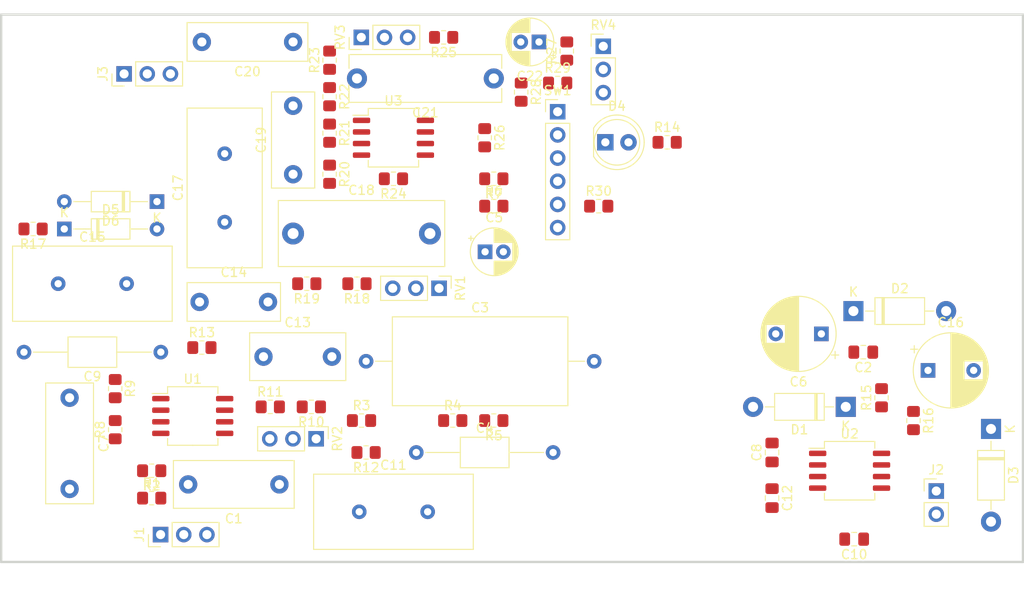
<source format=kicad_pcb>
(kicad_pcb (version 20211014) (generator pcbnew)
  (layers (0 "F.Cu" signal) (31 "B.Cu" signal) (34 "B.Paste" user) (35 "F.Paste" user) (36 "B.SilkS" user "B.Silkscreen") (37 "F.SilkS" user "F.Silkscreen") (38 "B.Mask" user) (39 "F.Mask" user) (44 "Edge.Cuts" user))
  (net 0 "")
  (net 1 "Net-(C1-Pad1)")
  (net 2 "Net-(C1-Pad2)")
  (net 3 "+16V2")
  (net 4 "Earth")
  (net 5 "Net-(C3-Pad1)")
  (net 6 "Net-(C3-Pad2)")
  (net 7 "Net-(C4-Pad1)")
  (net 8 "Net-(C5-Pad1)")
  (net 9 "+9V")
  (net 10 "Net-(C7-Pad1)")
  (net 11 "Net-(C12-Pad1)")
  (net 12 "Net-(C8-Pad2)")
  (net 13 "Net-(C9-Pad1)")
  (net 14 "-8V6")
  (net 15 "Net-(C11-Pad1)")
  (net 16 "Net-(C12-Pad2)")
  (net 17 "Net-(C13-Pad1)")
  (net 18 "Net-(C13-Pad2)")
  (net 19 "Net-(C14-Pad1)")
  (net 20 "Net-(C15-Pad1)")
  (net 21 "+4V5")
  (net 22 "Net-(C17-Pad1)")
  (net 23 "Net-(C17-Pad2)")
  (net 24 "Net-(C18-Pad2)")
  (net 25 "Net-(C19-Pad1)")
  (net 26 "Net-(C19-Pad2)")
  (net 27 "Net-(C20-Pad1)")
  (net 28 "Net-(C21-Pad1)")
  (net 29 "Net-(C21-Pad2)")
  (net 30 "Net-(C22-Pad1)")
  (net 31 "Net-(C22-Pad2)")
  (net 32 "Net-(D4-Pad1)")
  (net 33 "Net-(D4-Pad2)")
  (net 34 "Net-(R28-Pad2)")
  (net 35 "Net-(R10-Pad1)")
  (net 36 "Net-(R18-Pad2)")
  (net 37 "Net-(R23-Pad2)")
  (net 38 "Net-(R25-Pad2)")
  (net 39 "Net-(R27-Pad1)")
  (net 40 "Net-(R29-Pad2)")
  (net 44 "Net-(R1-Pad2)")
  (net 45 "Net-(R28-Pad1)")
  (footprint "Capacitor_THT:C_Rect_L10.3mm_W5.0mm_P7.50mm_MKS4" (layer "F.Cu") (at 116.255 102.5)
    (fp_text reference "C13" (at 3.75 -3.75) (layer "F.SilkS"))
    (fp_text value "82n")
    (pad "1" thru_hole circle (at 0 0) (size 2 2) (drill 1) (layers *.Cu *.Mask) (net 17 "Net-(C13-Pad1)"))
    (pad "2" thru_hole circle (at 7.5 0) (size 2 2) (drill 1) (layers *.Cu *.Mask) (net 18 "Net-(C13-Pad2)"))
  )
  (footprint "Resistor_SMD:R_0805_2012Metric_Pad1.20x1.40mm_HandSolder" (layer "F.Cu") (at 140.5 78.5 -90)
    (fp_text reference "R26" (at 0 -1.65 90) (layer "F.SilkS"))
    (fp_text value "100k")
    (pad "1" smd roundrect (at -1 0 270) (size 1.2 1.4) (layers "F.Cu" "F.Paste" "F.Mask") (roundrect_rratio 0.208333) (net 31 "Net-(C22-Pad2)"))
    (pad "2" smd roundrect (at 1 0 270) (size 1.2 1.4) (layers "F.Cu" "F.Paste" "F.Mask") (roundrect_rratio 0.208333) (net 28 "Net-(C21-Pad1)"))
  )
  (footprint "Connector_PinHeader_2.54mm:PinHeader_1x03_P2.54mm_Vertical" (layer "F.Cu") (at 126.975 67.5 90)
    (fp_text reference "RV3" (at 0 -2.33 90) (layer "F.SilkS"))
    (fp_text value "10k")
    (pad "1" thru_hole rect (at 0 0 90) (size 1.7 1.7) (drill 1) (layers *.Cu *.Mask) (net 37 "Net-(R23-Pad2)"))
    (pad "2" thru_hole oval (at 0 2.54 90) (size 1.7 1.7) (drill 1) (layers *.Cu *.Mask) (net 29 "Net-(C21-Pad2)"))
    (pad "3" thru_hole oval (at 0 5.08 90) (size 1.7 1.7) (drill 1) (layers *.Cu *.Mask) (net 38 "Net-(R25-Pad2)"))
  )
  (footprint "Resistor_SMD:R_0805_2012Metric_Pad1.20x1.40mm_HandSolder" (layer "F.Cu") (at 104 118)
    (fp_text reference "R1" (at 0 -1.65) (layer "F.SilkS"))
    (fp_text value "10k")
    (pad "1" smd roundrect (at -1 0) (size 1.2 1.4) (layers "F.Cu" "F.Paste" "F.Mask") (roundrect_rratio 0.208333) (net 2 "Net-(C1-Pad2)"))
    (pad "2" smd roundrect (at 1 0) (size 1.2 1.4) (layers "F.Cu" "F.Paste" "F.Mask") (roundrect_rratio 0.208333) (net 44 "Net-(R1-Pad2)"))
  )
  (footprint "Capacitor_SMD:C_0805_2012Metric_Pad1.18x1.45mm_HandSolder" (layer "F.Cu") (at 181 122.5 180)
    (fp_text reference "C10" (at 0 -1.68) (layer "F.SilkS"))
    (fp_text value "1u")
    (pad "1" smd roundrect (at -1.0375 0 180) (size 1.175 1.45) (layers "F.Cu" "F.Paste" "F.Mask") (roundrect_rratio 0.212766) (net 14 "-8V6"))
    (pad "2" smd roundrect (at 1.0375 0 180) (size 1.175 1.45) (layers "F.Cu" "F.Paste" "F.Mask") (roundrect_rratio 0.212766) (net 4 "Earth"))
  )
  (footprint "Resistor_SMD:R_0805_2012Metric_Pad1.20x1.40mm_HandSolder" (layer "F.Cu") (at 121 94.5 180)
    (fp_text reference "R19" (at 0 -1.65) (layer "F.SilkS"))
    (fp_text value "47k")
    (pad "1" smd roundrect (at -1 0 180) (size 1.2 1.4) (layers "F.Cu" "F.Paste" "F.Mask") (roundrect_rratio 0.208333) (net 25 "Net-(C19-Pad1)"))
    (pad "2" smd roundrect (at 1 0 180) (size 1.2 1.4) (layers "F.Cu" "F.Paste" "F.Mask") (roundrect_rratio 0.208333) (net 22 "Net-(C17-Pad1)"))
  )
  (footprint "Resistor_SMD:R_0805_2012Metric_Pad1.20x1.40mm_HandSolder" (layer "F.Cu") (at 100 110.5 90)
    (fp_text reference "R8" (at 0 -1.65 90) (layer "F.SilkS"))
    (fp_text value "1.5k")
    (pad "1" smd roundrect (at -1 0 90) (size 1.2 1.4) (layers "F.Cu" "F.Paste" "F.Mask") (roundrect_rratio 0.208333) (net 15 "Net-(C11-Pad1)"))
    (pad "2" smd roundrect (at 1 0 90) (size 1.2 1.4) (layers "F.Cu" "F.Paste" "F.Mask") (roundrect_rratio 0.208333) (net 10 "Net-(C7-Pad1)"))
  )
  (footprint "Resistor_SMD:R_0805_2012Metric_Pad1.20x1.40mm_HandSolder" (layer "F.Cu") (at 130.5 83 180)
    (fp_text reference "R24" (at 0 -1.65) (layer "F.SilkS"))
    (fp_text value "100k")
    (pad "1" smd roundrect (at -1 0 180) (size 1.2 1.4) (layers "F.Cu" "F.Paste" "F.Mask") (roundrect_rratio 0.208333) (net 28 "Net-(C21-Pad1)"))
    (pad "2" smd roundrect (at 1 0 180) (size 1.2 1.4) (layers "F.Cu" "F.Paste" "F.Mask") (roundrect_rratio 0.208333) (net 27 "Net-(C20-Pad1)"))
  )
  (footprint "Resistor_SMD:R_0805_2012Metric_Pad1.20x1.40mm_HandSolder" (layer "F.Cu") (at 91 88.5 180)
    (fp_text reference "R17" (at 0 -1.65) (layer "F.SilkS"))
    (fp_text value "1k")
    (pad "1" smd roundrect (at -1 0 180) (size 1.2 1.4) (layers "F.Cu" "F.Paste" "F.Mask") (roundrect_rratio 0.208333) (net 23 "Net-(C17-Pad2)"))
    (pad "2" smd roundrect (at 1 0 180) (size 1.2 1.4) (layers "F.Cu" "F.Paste" "F.Mask") (roundrect_rratio 0.208333) (net 20 "Net-(C15-Pad1)"))
  )
  (footprint "Connector_PinHeader_2.54mm:PinHeader_1x03_P2.54mm_Vertical" (layer "F.Cu") (at 135.5 95 -90)
    (fp_text reference "RV1" (at 0 -2.33 90) (layer "F.SilkS"))
    (fp_text value "100k")
    (pad "1" thru_hole rect (at 0 0 270) (size 1.7 1.7) (drill 1) (layers *.Cu *.Mask) (net 5 "Net-(C3-Pad1)"))
    (pad "2" thru_hole oval (at 0 2.54 270) (size 1.7 1.7) (drill 1) (layers *.Cu *.Mask) (net 36 "Net-(R18-Pad2)"))
    (pad "3" thru_hole oval (at 0 5.08 270) (size 1.7 1.7) (drill 1) (layers *.Cu *.Mask) (net 21 "+4V5"))
  )
  (footprint "Resistor_SMD:R_0805_2012Metric_Pad1.20x1.40mm_HandSolder" (layer "F.Cu") (at 109.5 101.5)
    (fp_text reference "R13" (at 0 -1.65) (layer "F.SilkS"))
    (fp_text value "422k")
    (pad "1" smd roundrect (at -1 0) (size 1.2 1.4) (layers "F.Cu" "F.Paste" "F.Mask") (roundrect_rratio 0.208333) (net 19 "Net-(C14-Pad1)"))
    (pad "2" smd roundrect (at 1 0) (size 1.2 1.4) (layers "F.Cu" "F.Paste" "F.Mask") (roundrect_rratio 0.208333) (net 17 "Net-(C13-Pad1)"))
  )
  (footprint "Capacitor_THT:C_Axial_L19.0mm_D9.5mm_P25.00mm_Horizontal" (layer "F.Cu") (at 127.5 103)
    (fp_text reference "C3" (at 12.5 -5.87) (layer "F.SilkS"))
    (fp_text value "390n")
    (pad "1" thru_hole circle (at 0 0) (size 1.6 1.6) (drill 0.8) (layers *.Cu *.Mask) (net 5 "Net-(C3-Pad1)"))
    (pad "2" thru_hole oval (at 25 0) (size 1.6 1.6) (drill 0.8) (layers *.Cu *.Mask) (net 6 "Net-(C3-Pad2)"))
  )
  (footprint "Capacitor_THT:C_Rect_L13.0mm_W5.0mm_P10.00mm_FKS3_FKP3_MKS4" (layer "F.Cu") (at 118 116.5 180)
    (fp_text reference "C1" (at 5 -3.75) (layer "F.SilkS"))
    (fp_text value "100n")
    (pad "1" thru_hole circle (at 0 0 180) (size 2 2) (drill 1) (layers *.Cu *.Mask) (net 1 "Net-(C1-Pad1)"))
    (pad "2" thru_hole circle (at 10 0 180) (size 2 2) (drill 1) (layers *.Cu *.Mask) (net 2 "Net-(C1-Pad2)"))
  )
  (footprint "Capacitor_THT:CP_Radial_D8.0mm_P5.00mm" (layer "F.Cu") (at 189.097349 104)
    (fp_text reference "C16" (at 2.5 -5.25) (layer "F.SilkS"))
    (fp_text value "47u")
    (pad "1" thru_hole rect (at 0 0) (size 1.6 1.6) (drill 0.8) (layers *.Cu *.Mask) (net 21 "+4V5"))
    (pad "2" thru_hole circle (at 5 0) (size 1.6 1.6) (drill 0.8) (layers *.Cu *.Mask) (net 4 "Earth"))
  )
  (footprint "Resistor_SMD:R_0805_2012Metric_Pad1.20x1.40mm_HandSolder" (layer "F.Cu") (at 100 106 -90)
    (fp_text reference "R9" (at 0 -1.65 90) (layer "F.SilkS"))
    (fp_text value "10k")
    (pad "1" smd roundrect (at -1 0 270) (size 1.2 1.4) (layers "F.Cu" "F.Paste" "F.Mask") (roundrect_rratio 0.208333) (net 13 "Net-(C9-Pad1)"))
    (pad "2" smd roundrect (at 1 0 270) (size 1.2 1.4) (layers "F.Cu" "F.Paste" "F.Mask") (roundrect_rratio 0.208333) (net 10 "Net-(C7-Pad1)"))
  )
  (footprint "Capacitor_THT:CP_Radial_D5.0mm_P2.00mm" (layer "F.Cu") (at 146.455112 68 180)
    (fp_text reference "C22" (at 1 -3.75) (layer "F.SilkS"))
    (fp_text value "4.7u")
    (pad "1" thru_hole rect (at 0 0 180) (size 1.6 1.6) (drill 0.8) (layers *.Cu *.Mask) (net 30 "Net-(C22-Pad1)"))
    (pad "2" thru_hole circle (at 2 0 180) (size 1.6 1.6) (drill 0.8) (layers *.Cu *.Mask) (net 31 "Net-(C22-Pad2)"))
  )
  (footprint "Diode_THT:D_DO-41_SOD81_P10.16mm_Horizontal" (layer "F.Cu") (at 196 110.42 -90)
    (fp_text reference "D3" (at 5.08 -2.47 90) (layer "F.SilkS"))
    (fp_text value "1N4001")
    (fp_text user "K" (at 0 -2.1 90) (layer "F.SilkS"))
    (pad "1" thru_hole rect (at 0 0 270) (size 2.2 2.2) (drill 1.1) (layers *.Cu *.Mask) (net 12 "Net-(C8-Pad2)"))
    (pad "2" thru_hole oval (at 10.16 0 270) (size 2.2 2.2) (drill 1.1) (layers *.Cu *.Mask) (net 9 "+9V"))
  )
  (footprint "Capacitor_THT:C_Rect_L10.0mm_W4.0mm_P7.50mm_MKS4" (layer "F.Cu") (at 109.25 96.5)
    (fp_text reference "C14" (at 3.75 -3.25) (layer "F.SilkS"))
    (fp_text value "390p")
    (pad "1" thru_hole circle (at 0 0) (size 2 2) (drill 1) (layers *.Cu *.Mask) (net 19 "Net-(C14-Pad1)"))
    (pad "2" thru_hole circle (at 7.5 0) (size 2 2) (drill 1) (layers *.Cu *.Mask) (net 17 "Net-(C13-Pad1)"))
  )
  (footprint "Resistor_SMD:R_0805_2012Metric_Pad1.20x1.40mm_HandSolder" (layer "F.Cu") (at 160.5 79)
    (fp_text reference "R14" (at 0 -1.65) (layer "F.SilkS"))
    (fp_text value "3.9k")
    (pad "1" smd roundrect (at -1 0) (size 1.2 1.4) (layers "F.Cu" "F.Paste" "F.Mask") (roundrect_rratio 0.208333) (net 33 "Net-(D4-Pad2)"))
    (pad "2" smd roundrect (at 1 0) (size 1.2 1.4) (layers "F.Cu" "F.Paste" "F.Mask") (roundrect_rratio 0.208333) (net 9 "+9V"))
  )
  (footprint "Resistor_SMD:R_0805_2012Metric_Pad1.20x1.40mm_HandSolder" (layer "F.Cu") (at 126.5 94.5 180)
    (fp_text reference "R18" (at 0 -1.65) (layer "F.SilkS"))
    (fp_text value "22k")
    (pad "1" smd roundrect (at -1 0 180) (size 1.2 1.4) (layers "F.Cu" "F.Paste" "F.Mask") (roundrect_rratio 0.208333) (net 24 "Net-(C18-Pad2)"))
    (pad "2" smd roundrect (at 1 0 180) (size 1.2 1.4) (layers "F.Cu" "F.Paste" "F.Mask") (roundrect_rratio 0.208333) (net 36 "Net-(R18-Pad2)"))
  )
  (footprint "Diode_THT:D_DO-41_SOD81_P10.16mm_Horizontal" (layer "F.Cu") (at 180.92 97.5)
    (fp_text reference "D2" (at 5.08 -2.47) (layer "F.SilkS"))
    (fp_text value "1N4001")
    (fp_text user "K" (at 0 -2.1) (layer "F.SilkS"))
    (pad "1" thru_hole rect (at 0 0) (size 2.2 2.2) (drill 1.1) (layers *.Cu *.Mask) (net 3 "+16V2"))
    (pad "2" thru_hole oval (at 10.16 0) (size 2.2 2.2) (drill 1.1) (layers *.Cu *.Mask) (net 12 "Net-(C8-Pad2)"))
  )
  (footprint "Package_SO:SO-8_5.3x6.2mm_P1.27mm" (layer "F.Cu") (at 108.5 109)
    (fp_text reference "U1" (at 0 -4.05) (layer "F.SilkS"))
    (fp_text value "TL072")
    (pad "1" smd roundrect (at -3.5 -1.905) (size 1.9 0.6) (layers "F.Cu" "F.Paste" "F.Mask") (net 7 "Net-(C4-Pad1)"))
    (pad "2" smd roundrect (at -3.5 -0.635) (size 1.9 0.6) (layers "F.Cu" "F.Paste" "F.Mask") (net 7 "Net-(C4-Pad1)"))
    (pad "3" smd roundrect (at -3.5 0.635) (size 1.9 0.6) (layers "F.Cu" "F.Paste" "F.Mask") (net 1 "Net-(C1-Pad1)"))
    (pad "4" smd roundrect (at -3.5 1.905) (size 1.9 0.6) (layers "F.Cu" "F.Paste" "F.Mask") (net 4 "Earth"))
    (pad "5" smd roundrect (at 3.5 1.905) (size 1.9 0.6) (layers "F.Cu" "F.Paste" "F.Mask") (net 13 "Net-(C9-Pad1)"))
    (pad "6" smd roundrect (at 3.5 0.635) (size 1.9 0.6) (layers "F.Cu" "F.Paste" "F.Mask") (net 17 "Net-(C13-Pad1)"))
    (pad "7" smd roundrect (at 3.5 -0.635) (size 1.9 0.6) (layers "F.Cu" "F.Paste" "F.Mask") (net 19 "Net-(C14-Pad1)"))
    (pad "8" smd roundrect (at 3.5 -1.905) (size 1.9 0.6) (layers "F.Cu" "F.Paste" "F.Mask") (net 9 "+9V"))
  )
  (footprint "Resistor_SMD:R_0805_2012Metric_Pad1.20x1.40mm_HandSolder" (layer "F.Cu") (at 104 115 180)
    (fp_text reference "R2" (at 0 -1.65) (layer "F.SilkS"))
    (fp_text value "1M")
    (pad "1" smd roundrect (at -1 0 180) (size 1.2 1.4) (layers "F.Cu" "F.Paste" "F.Mask") (roundrect_rratio 0.208333) (net 1 "Net-(C1-Pad1)"))
    (pad "2" smd roundrect (at 1 0 180) (size 1.2 1.4) (layers "F.Cu" "F.Paste" "F.Mask") (roundrect_rratio 0.208333) (net 21 "+4V5"))
  )
  (footprint "kicad_footprint_library:C_Axial_L17.5mm_W7.8mm_P7.5mm_Horizontal" (layer "F.Cu") (at 130.5 119.5)
    (fp_text reference "C11" (at 0 -5.12) (layer "F.SilkS"))
    (fp_text value "1u")
    (pad "1" thru_hole circle (at -3.75 0) (size 1.6 1.6) (drill 0.8) (layers *.Cu *.Mask) (net 15 "Net-(C11-Pad1)"))
    (pad "2" thru_hole oval (at 3.75 0) (size 1.6 1.6) (drill 0.8) (layers *.Cu *.Mask) (net 4 "Earth"))
  )
  (footprint "Connector_PinHeader_2.54mm:PinHeader_1x03_P2.54mm_Vertical" (layer "F.Cu") (at 100.975 71.5 90)
    (fp_text reference "J3" (at 0 -2.33 90) (layer "F.SilkS"))
    (fp_text value "Conn_01x03_Male")
    (pad "1" thru_hole rect (at 0 0 90) (size 1.7 1.7) (drill 1) (layers *.Cu *.Mask) (net 45 "Net-(R28-Pad1)"))
    (pad "2" thru_hole oval (at 0 2.54 90) (size 1.7 1.7) (drill 1) (layers *.Cu *.Mask) (net 4 "Earth"))
    (pad "3" thru_hole oval (at 0 5.08 90) (size 1.7 1.7) (drill 1) (layers *.Cu *.Mask) (net 4 "Earth"))
  )
  (footprint "Diode_THT:D_DO-35_SOD27_P10.16mm_Horizontal" (layer "F.Cu") (at 104.58 85.5 180)
    (fp_text reference "D6" (at 5.08 -2.12) (layer "F.SilkS"))
    (fp_text value "1N34A")
    (fp_text user "K" (at 0 -1.8) (layer "F.SilkS"))
    (pad "1" thru_hole rect (at 0 0 180) (size 1.6 1.6) (drill 0.8) (layers *.Cu *.Mask) (net 4 "Earth"))
    (pad "2" thru_hole oval (at 10.16 0 180) (size 1.6 1.6) (drill 0.8) (layers *.Cu *.Mask) (net 23 "Net-(C17-Pad2)"))
  )
  (footprint "Connector_PinHeader_2.54mm:PinHeader_1x03_P2.54mm_Vertical" (layer "F.Cu") (at 153.5 68.475)
    (fp_text reference "RV4" (at 0 -2.33) (layer "F.SilkS"))
    (fp_text value "10k")
    (pad "1" thru_hole rect (at 0 0) (size 1.7 1.7) (drill 1) (layers *.Cu *.Mask) (net 39 "Net-(R27-Pad1)"))
    (pad "2" thru_hole oval (at 0 2.54) (size 1.7 1.7) (drill 1) (layers *.Cu *.Mask) (net 40 "Net-(R29-Pad2)"))
    (pad "3" thru_hole oval (at 0 5.08) (size 1.7 1.7) (drill 1) (layers *.Cu *.Mask) (net 4 "Earth"))
  )
  (footprint "Capacitor_THT:C_Axial_L5.1mm_D3.1mm_P15.00mm_Horizontal" (layer "F.Cu") (at 133 113)
    (fp_text reference "C4" (at 7.5 -2.67) (layer "F.SilkS"))
    (fp_text value "68n")
    (pad "1" thru_hole circle (at 0 0) (size 1.6 1.6) (drill 0.8) (layers *.Cu *.Mask) (net 7 "Net-(C4-Pad1)"))
    (pad "2" thru_hole oval (at 15 0) (size 1.6 1.6) (drill 0.8) (layers *.Cu *.Mask) (net 5 "Net-(C3-Pad1)"))
  )
  (footprint "Resistor_SMD:R_0805_2012Metric_Pad1.20x1.40mm_HandSolder" (layer "F.Cu") (at 117 108)
    (fp_text reference "R11" (at 0 -1.65) (layer "F.SilkS"))
    (fp_text value "15k")
    (pad "1" smd roundrect (at -1 0) (size 1.2 1.4) (layers "F.Cu" "F.Paste" "F.Mask") (roundrect_rratio 0.208333) (net 17 "Net-(C13-Pad1)"))
    (pad "2" smd roundrect (at 1 0) (size 1.2 1.4) (layers "F.Cu" "F.Paste" "F.Mask") (roundrect_rratio 0.208333) (net 18 "Net-(C13-Pad2)"))
  )
  (footprint "Capacitor_SMD:C_0805_2012Metric_Pad1.18x1.45mm_HandSolder" (layer "F.Cu") (at 182 102 180)
    (fp_text reference "C2" (at 0 -1.68 180) (layer "F.SilkS"))
    (fp_text value "1u")
    (pad "1" smd roundrect (at -1.0375 0 180) (size 1.175 1.45) (layers "F.Cu" "F.Paste" "F.Mask") (roundrect_rratio 0.212766) (net 3 "+16V2"))
    (pad "2" smd roundrect (at 1.0375 0 180) (size 1.175 1.45) (layers "F.Cu" "F.Paste" "F.Mask") (roundrect_rratio 0.212766) (net 4 "Earth"))
  )
  (footprint "Resistor_SMD:R_0805_2012Metric_Pad1.20x1.40mm_HandSolder" (layer "F.Cu") (at 148.5 72.5)
    (fp_text reference "R29" (at 0 -1.65) (layer "F.SilkS"))
    (fp_text value "68k")
    (pad "1" smd roundrect (at -1 0) (size 1.2 1.4) (layers "F.Cu" "F.Paste" "F.Mask") (roundrect_rratio 0.208333) (net 45 "Net-(R28-Pad1)"))
    (pad "2" smd roundrect (at 1 0) (size 1.2 1.4) (layers "F.Cu" "F.Paste" "F.Mask") (roundrect_rratio 0.208333) (net 40 "Net-(R29-Pad2)"))
  )
  (footprint "Resistor_SMD:R_0805_2012Metric_Pad1.20x1.40mm_HandSolder" (layer "F.Cu") (at 123.5 74 -90)
    (fp_text reference "R22" (at 0 -1.65 90) (layer "F.SilkS"))
    (fp_text value "392k")
    (pad "1" smd roundrect (at -1 0 270) (size 1.2 1.4) (layers "F.Cu" "F.Paste" "F.Mask") (roundrect_rratio 0.208333) (net 27 "Net-(C20-Pad1)"))
    (pad "2" smd roundrect (at 1 0 270) (size 1.2 1.4) (layers "F.Cu" "F.Paste" "F.Mask") (roundrect_rratio 0.208333) (net 25 "Net-(C19-Pad1)"))
  )
  (footprint "Resistor_SMD:R_0805_2012Metric_Pad1.20x1.40mm_HandSolder" (layer "F.Cu") (at 123.5 78 -90)
    (fp_text reference "R21" (at 0 -1.65 90) (layer "F.SilkS"))
    (fp_text value "12k")
    (pad "1" smd roundrect (at -1 0 270) (size 1.2 1.4) (layers "F.Cu" "F.Paste" "F.Mask") (roundrect_rratio 0.208333) (net 26 "Net-(C19-Pad2)"))
    (pad "2" smd roundrect (at 1 0 270) (size 1.2 1.4) (layers "F.Cu" "F.Paste" "F.Mask") (roundrect_rratio 0.208333) (net 36 "Net-(R18-Pad2)"))
  )
  (footprint "Resistor_SMD:R_0805_2012Metric_Pad1.20x1.40mm_HandSolder" (layer "F.Cu") (at 121.5 108 180)
    (fp_text reference "R10" (at 0 -1.65) (layer "F.SilkS"))
    (fp_text value "2k")
    (pad "1" smd roundrect (at -1 0 180) (size 1.2 1.4) (layers "F.Cu" "F.Paste" "F.Mask") (roundrect_rratio 0.208333) (net 35 "Net-(R10-Pad1)"))
    (pad "2" smd roundrect (at 1 0 180) (size 1.2 1.4) (layers "F.Cu" "F.Paste" "F.Mask") (roundrect_rratio 0.208333) (net 18 "Net-(C13-Pad2)"))
  )
  (footprint "Capacitor_THT:CP_Radial_D5.0mm_P2.00mm" (layer "F.Cu") (at 140.544888 91)
    (fp_text reference "C5" (at 1 -3.75) (layer "F.SilkS"))
    (fp_text value "4.7u")
    (pad "1" thru_hole rect (at 0 0) (size 1.6 1.6) (drill 0.8) (layers *.Cu *.Mask) (net 8 "Net-(C5-Pad1)"))
    (pad "2" thru_hole circle (at 2 0) (size 1.6 1.6) (drill 0.8) (layers *.Cu *.Mask) (net 7 "Net-(C4-Pad1)"))
  )
  (footprint "Connector_PinHeader_2.54mm:PinHeader_1x03_P2.54mm_Vertical" (layer "F.Cu") (at 122.025 111.5 -90)
    (fp_text reference "RV2" (at 0 -2.33 90) (layer "F.SilkS"))
    (fp_text value "100k")
    (pad "1" thru_hole rect (at 0 0 270) (size 1.7 1.7) (drill 1) (layers *.Cu *.Mask) (net 35 "Net-(R10-Pad1)"))
    (pad "2" thru_hole oval (at 0 2.54 270) (size 1.7 1.7) (drill 1) (layers *.Cu *.Mask) (net 21 "+4V5"))
    (pad "3" thru_hole oval (at 0 5.08 270) (size 1.7 1.7) (drill 1) (layers *.Cu *.Mask) (net 13 "Net-(C9-Pad1)"))
  )
  (footprint "Resistor_SMD:R_0805_2012Metric_Pad1.20x1.40mm_HandSolder" (layer "F.Cu") (at 144.5 73.5 -90)
    (fp_text reference "R28" (at 0 -1.65 90) (layer "F.SilkS"))
    (fp_text value "68k")
    (pad "1" smd roundrect (at -1 0 270) (size 1.2 1.4) (layers "F.Cu" "F.Paste" "F.Mask") (roundrect_rratio 0.208333) (net 45 "Net-(R28-Pad1)"))
    (pad "2" smd roundrect (at 1 0 270) (size 1.2 1.4) (layers "F.Cu" "F.Paste" "F.Mask") (roundrect_rratio 0.208333) (net 34 "Net-(R28-Pad2)"))
  )
  (footprint "Resistor_SMD:R_0805_2012Metric_Pad1.20x1.40mm_HandSolder" (layer "F.Cu") (at 141.5 86)
    (fp_text reference "R6" (at 0 -1.65) (layer "F.SilkS"))
    (fp_text value "100k")
    (pad "1" smd roundrect (at -1 0) (size 1.2 1.4) (layers "F.Cu" "F.Paste" "F.Mask") (roundrect_rratio 0.208333) (net 8 "Net-(C5-Pad1)"))
    (pad "2" smd roundrect (at 1 0) (size 1.2 1.4) (layers "F.Cu" "F.Paste" "F.Mask") (roundrect_rratio 0.208333) (net 4 "Earth"))
  )
  (footprint "Capacitor_THT:C_Axial_L5.1mm_D3.1mm_P15.00mm_Horizontal" (layer "F.Cu") (at 105 102 180)
    (fp_text reference "C9" (at 7.5 -2.67) (layer "F.SilkS"))
    (fp_text value "68n")
    (pad "1" thru_hole circle (at 0 0 180) (size 1.6 1.6) (drill 0.8) (layers *.Cu *.Mask) (net 13 "Net-(C9-Pad1)"))
    (pad "2" thru_hole oval (at 15 0 180) (size 1.6 1.6) (drill 0.8) (layers *.Cu *.Mask) (net 10 "Net-(C7-Pad1)"))
  )
  (footprint "Package_SO:SO-8_5.3x6.2mm_P1.27mm" (layer "F.Cu") (at 180.5 115)
    (fp_text reference "U2" (at 0 -4.05) (layer "F.SilkS"))
    (fp_text value "ICL7660")
    (pad "1" smd roundrect (at -3.5 -1.905) (size 1.9 0.6) (layers "F.Cu" "F.Paste" "F.Mask"))
    (pad "2" smd roundrect (at -3.5 -0.635) (size 1.9 0.6) (layers "F.Cu" "F.Paste" "F.Mask") (net 11 "Net-(C12-Pad1)"))
    (pad "3" smd roundrect (at -3.5 0.635) (size 1.9 0.6) (layers "F.Cu" "F.Paste" "F.Mask") (net 4 "Earth"))
    (pad "4" smd roundrect (at -3.5 1.905) (size 1.9 0.6) (layers "F.Cu" "F.Paste" "F.Mask") (net 16 "Net-(C12-Pad2)"))
    (pad "5" smd roundrect (at 3.5 1.905) (size 1.9 0.6) (layers "F.Cu" "F.Paste" "F.Mask") (net 14 "-8V6"))
    (pad "6" smd roundrect (at 3.5 0.635) (size 1.9 0.6) (layers "F.Cu" "F.Paste" "F.Mask"))
    (pad "7" smd roundrect (at 3.5 -0.635) (size 1.9 0.6) (layers "F.Cu" "F.Paste" "F.Mask"))
    (pad "8" smd roundrect (at 3.5 -1.905) (size 1.9 0.6) (layers "F.Cu" "F.Paste" "F.Mask") (net 9 "+9V"))
  )
  (footprint "kicad_footprint_library:C_Axial_L17.5mm_W7.8mm_P7.5mm_Horizontal" (layer "F.Cu") (at 97.5 94.5)
    (fp_text reference "C15" (at 0 -5.12) (layer "F.SilkS"))
    (fp_text value "1u")
    (pad "1" thru_hole circle (at -3.75 0) (size 1.6 1.6) (drill 0.8) (layers *.Cu *.Mask) (net 20 "Net-(C15-Pad1)"))
    (pad "2" thru_hole oval (at 3.75 0) (size 1.6 1.6) (drill 0.8) (layers *.Cu *.Mask) (net 19 "Net-(C14-Pad1)"))
  )
  (footprint "Resistor_SMD:R_0805_2012Metric_Pad1.20x1.40mm_HandSolder" (layer "F.Cu") (at 187.5 109.5 -90)
    (fp_text reference "R16" (at 0 -1.65 90) (layer "F.SilkS"))
    (fp_text value "27k")
    (pad "1" smd roundrect (at -1 0 270) (size 1.2 1.4) (layers "F.Cu" "F.Paste" "F.Mask") (roundrect_rratio 0.208333) (net 21 "+4V5"))
    (pad "2" smd roundrect (at 1 0 270) (size 1.2 1.4) (layers "F.Cu" "F.Paste" "F.Mask") (roundrect_rratio 0.208333) (net 4 "Earth"))
  )
  (footprint "Resistor_SMD:R_0805_2012Metric_Pad1.20x1.40mm_HandSolder" (layer "F.Cu") (at 123.5 82.5 -90)
    (fp_text reference "R20" (at 0 -1.65 90) (layer "F.SilkS"))
    (fp_text value "27k")
    (pad "1" smd roundrect (at -1 0 270) (size 1.2 1.4) (layers "F.Cu" "F.Paste" "F.Mask") (roundrect_rratio 0.208333) (net 25 "Net-(C19-Pad1)"))
    (pad "2" smd roundrect (at 1 0 270) (size 1.2 1.4) (layers "F.Cu" "F.Paste" "F.Mask") (roundrect_rratio 0.208333) (net 36 "Net-(R18-Pad2)"))
  )
  (footprint "Connector_PinHeader_2.54mm:PinHeader_1x06_P2.54mm_Vertical" (layer "F.Cu") (at 148.5 75.65)
    (fp_text reference "SW1" (at 0 -2.33) (layer "F.SilkS"))
    (fp_text value "SW_DPDT_x2")
    (pad "1" thru_hole rect (at 0 0) (size 1.7 1.7) (drill 1) (layers *.Cu *.Mask) (net 32 "Net-(D4-Pad1)"))
    (pad "2" thru_hole oval (at 0 2.54) (size 1.7 1.7) (drill 1) (layers *.Cu *.Mask) (net 4 "Earth"))
    (pad "3" thru_hole oval (at 0 5.08) (size 1.7 1.7) (drill 1) (layers *.Cu *.Mask) (net 23 "Net-(C17-Pad2)"))
    (pad "4" thru_hole oval (at 0 7.62) (size 1.7 1.7) (drill 1) (layers *.Cu *.Mask) (net 40 "Net-(R29-Pad2)"))
    (pad "5" thru_hole oval (at 0 10.16) (size 1.7 1.7) (drill 1) (layers *.Cu *.Mask) (net 45 "Net-(R28-Pad1)"))
    (pad "6" thru_hole oval (at 0 12.7) (size 1.7 1.7) (drill 1) (layers *.Cu *.Mask) (net 34 "Net-(R28-Pad2)"))
  )
  (footprint "Resistor_SMD:R_0805_2012Metric_Pad1.20x1.40mm_HandSolder" (layer "F.Cu") (at 123.5 70 90)
    (fp_text reference "R23" (at 0 -1.65 90) (layer "F.SilkS"))
    (fp_text value "1.8k")
    (pad "1" smd roundrect (at -1 0 90) (size 1.2 1.4) (layers "F.Cu" "F.Paste" "F.Mask") (roundrect_rratio 0.208333) (net 27 "Net-(C20-Pad1)"))
    (pad "2" smd roundrect (at 1 0 90) (size 1.2 1.4) (layers "F.Cu" "F.Paste" "F.Mask") (roundrect_rratio 0.208333) (net 37 "Net-(R23-Pad2)"))
  )
  (footprint "Resistor_SMD:R_0805_2012Metric_Pad1.20x1.40mm_HandSolder" (layer "F.Cu") (at 127.5 113 180)
    (fp_text reference "R12" (at 0 -1.65) (layer "F.SilkS"))
    (fp_text value "15k")
    (pad "1" smd roundrect (at -1 0 180) (size 1.2 1.4) (layers "F.Cu" "F.Paste" "F.Mask") (roundrect_rratio 0.208333) (net 25 "Net-(C19-Pad1)"))
    (pad "2" smd roundrect (at 1 0 180) (size 1.2 1.4) (layers "F.Cu" "F.Paste" "F.Mask") (roundrect_rratio 0.208333) (net 15 "Net-(C11-Pad1)"))
  )
  (footprint "Resistor_SMD:R_0805_2012Metric_Pad1.20x1.40mm_HandSolder" (layer "F.Cu") (at 127 109.5)
    (fp_text reference "R3" (at 0 -1.65) (layer "F.SilkS"))
    (fp_text value "5.1k")
    (pad "1" smd roundrect (at -1 0) (size 1.2 1.4) (layers "F.Cu" "F.Paste" "F.Mask") (roundrect_rratio 0.208333) (net 7 "Net-(C4-Pad1)"))
    (pad "2" smd roundrect (at 1 0) (size 1.2 1.4) (layers "F.Cu" "F.Paste" "F.Mask") (roundrect_rratio 0.208333) (net 5 "Net-(C3-Pad1)"))
  )
  (footprint "Capacitor_THT:C_Rect_L18.0mm_W7.0mm_P15.00mm_FKS3_FKP3" (layer "F.Cu") (at 119.5 89)
    (fp_text reference "C18" (at 7.5 -4.75) (layer "F.SilkS"))
    (fp_text value "2.2n")
    (pad "1" thru_hole circle (at 0 0) (size 2.4 2.4) (drill 1.2) (layers *.Cu *.Mask) (net 22 "Net-(C17-Pad1)"))
    (pad "2" thru_hole circle (at 15 0) (size 2.4 2.4) (drill 1.2) (layers *.Cu *.Mask) (net 24 "Net-(C18-Pad2)"))
  )
  (footprint "Resistor_SMD:R_0805_2012Metric_Pad1.20x1.40mm_HandSolder" (layer "F.Cu") (at 141.5 83 180)
    (fp_text reference "R7" (at 0 -1.65) (layer "F.SilkS"))
    (fp_text value "560")
    (pad "1" smd roundrect (at -1 0 180) (size 1.2 1.4) (layers "F.Cu" "F.Paste" "F.Mask") (roundrect_rratio 0.208333) (net 34 "Net-(R28-Pad2)"))
    (pad "2" smd roundrect (at 1 0 180) (size 1.2 1.4) (layers "F.Cu" "F.Paste" "F.Mask") (roundrect_rratio 0.208333) (net 8 "Net-(C5-Pad1)"))
  )
  (footprint "Resistor_SMD:R_0805_2012Metric_Pad1.20x1.40mm_HandSolder" (layer "F.Cu") (at 136 67.5 180)
    (fp_text reference "R25" (at 0 -1.65) (layer "F.SilkS"))
    (fp_text value "4.7k")
    (pad "1" smd roundrect (at -1 0 180) (size 1.2 1.4) (layers "F.Cu" "F.Paste" "F.Mask") (roundrect_rratio 0.208333) (net 31 "Net-(C22-Pad2)"))
    (pad "2" smd roundrect (at 1 0 180) (size 1.2 1.4) (layers "F.Cu" "F.Paste" "F.Mask") (roundrect_rratio 0.208333) (net 38 "Net-(R25-Pad2)"))
  )
  (footprint "Resistor_SMD:R_0805_2012Metric_Pad1.20x1.40mm_HandSolder" (layer "F.Cu") (at 184 107 90)
    (fp_text reference "R15" (at 0 -1.65 90) (layer "F.SilkS"))
    (fp_text value "27k")
    (pad "1" smd roundrect (at -1 0 90) (size 1.2 1.4) (layers "F.Cu" "F.Paste" "F.Mask") (roundrect_rratio 0.208333) (net 9 "+9V"))
    (pad "2" smd roundrect (at 1 0 90) (size 1.2 1.4) (layers "F.Cu" "F.Paste" "F.Mask") (roundrect_rratio 0.208333) (net 21 "+4V5"))
  )
  (footprint "Capacitor_THT:CP_Radial_D8.0mm_P5.00mm" (layer "F.Cu") (at 177.402651 100 180)
    (fp_text reference "C6" (at 2.5 -5.25) (layer "F.SilkS"))
    (fp_text value "47u")
    (pad "1" thru_hole rect (at 0 0 180) (size 1.6 1.6) (drill 0.8) (layers *.Cu *.Mask) (net 9 "+9V"))
    (pad "2" thru_hole circle (at 5 0 180) (size 1.6 1.6) (drill 0.8) (layers *.Cu *.Mask) (net 4 "Earth"))
  )
  (footprint "Resistor_SMD:R_0805_2012Metric_Pad1.20x1.40mm_HandSolder" (layer "F.Cu") (at 153 86)
    (fp_text reference "R30" (at 0 -1.65) (layer "F.SilkS"))
    (fp_text value "100k")
    (pad "1" smd roundrect (at -1 0) (size 1.2 1.4) (layers "F.Cu" "F.Paste" "F.Mask") (roundrect_rratio 0.208333) (net 45 "Net-(R28-Pad1)"))
    (pad "2" smd roundrect (at 1 0) (size 1.2 1.4) (layers "F.Cu" "F.Paste" "F.Mask") (roundrect_rratio 0.208333) (net 4 "Earth"))
  )
  (footprint "Resistor_SMD:R_0805_2012Metric_Pad1.20x1.40mm_HandSolder" (layer "F.Cu") (at 141.5 109.5 180)
    (fp_text reference "R5" (at 0 -1.65) (layer "F.SilkS"))
    (fp_text value "1k")
    (pad "1" smd roundrect (at -1 0 180) (size 1.2 1.4) (layers "F.Cu" "F.Paste" "F.Mask") (roundrect_rratio 0.208333) (net 6 "Net-(C3-Pad2)"))
    (pad "2" smd roundrect (at 1 0 180) (size 1.2 1.4) (layers "F.Cu" "F.Paste" "F.Mask") (roundrect_rratio 0.208333) (net 21 "+4V5"))
  )
  (footprint "Capacitor_THT:C_Rect_L10.3mm_W4.5mm_P7.50mm_MKS4" (layer "F.Cu") (at 119.5 82.5 90)
    (fp_text reference "C19" (at 3.75 -3.5 90) (layer "F.SilkS"))
    (fp_text value "27n")
    (pad "1" thru_hole circle (at 0 0 90) (size 2 2) (drill 1) (layers *.Cu *.Mask) (net 25 "Net-(C19-Pad1)"))
    (pad "2" thru_hole circle (at 7.5 0 90) (size 2 2) (drill 1) (layers *.Cu *.Mask) (net 26 "Net-(C19-Pad2)"))
  )
  (footprint "Connector_PinHeader_2.54mm:PinHeader_1x03_P2.54mm_Vertical" (layer "F.Cu") (at 104.975 122 90)
    (fp_text reference "J1" (at 0 -2.33 90) (layer "F.SilkS"))
    (fp_text value "Conn_01x03_Male")
    (pad "1" thru_hole rect (at 0 0 90) (size 1.7 1.7) (drill 1) (layers *.Cu *.Mask) (net 44 "Net-(R1-Pad2)"))
    (pad "2" thru_hole oval (at 0 2.54 90) (size 1.7 1.7) (drill 1) (layers *.Cu *.Mask) (net 4 "Earth"))
    (pad "3" thru_hole oval (at 0 5.08 90) (size 1.7 1.7) (drill 1) (layers *.Cu *.Mask) (net 4 "Earth"))
  )
  (footprint "Diode_THT:D_DO-41_SOD81_P10.16mm_Horizontal" (layer "F.Cu") (at 180.08 108 180)
    (fp_text reference "D1" (at 5.08 -2.5) (layer "F.SilkS"))
    (fp_text value "1N4742")
    (fp_text user "K" (at 0 -2.1) (layer "F.SilkS"))
    (pad "1" thru_hole rect (at 0 0 180) (size 2.2 2.2) (drill 1.1) (layers *.Cu *.Mask) (net 9 "+9V"))
    (pad "2" thru_hole oval (at 10.16 0 180) (size 2.2 2.2) (drill 1.1) (layers *.Cu *.Mask) (net 4 "Earth"))
  )
  (footprint "Resistor_SMD:R_0805_2012Metric_Pad1.20x1.40mm_HandSolder" (layer "F.Cu") (at 149.5 69 90)
    (fp_text reference "R27" (at 0 -1.65 90) (layer "F.SilkS"))
    (fp_text value "560")
    (pad "1" smd roundrect (at -1 0 90) (size 1.2 1.4) (layers "F.Cu" "F.Paste" "F.Mask") (roundrect_rratio 0.208333) (net 39 "Net-(R27-Pad1)"))
    (pad "2" smd roundrect (at 1 0 90) (size 1.2 1.4) (layers "F.Cu" "F.Paste" "F.Mask") (roundrect_rratio 0.208333) (net 30 "Net-(C22-Pad1)"))
  )
  (footprint "Package_SO:SO-8_5.3x6.2mm_P1.27mm" (layer "F.Cu") (at 130.5 78.5)
    (fp_text reference "U3" (at 0 -4.05) (layer "F.SilkS"))
    (fp_text value "TL072")
    (pad "1" smd roundrect (at -3.5 -1.905) (size 1.9 0.6) (layers "F.Cu" "F.Paste" "F.Mask") (net 27 "Net-(C20-Pad1)"))
    (pad "2" smd roundrect (at -3.5 -0.635) (size 1.9 0.6) (layers "F.Cu" "F.Paste" "F.Mask") (net 25 "Net-(C19-Pad1)"))
    (pad "3" smd roundrect (at -3.5 0.635) (size 1.9 0.6) (layers "F.Cu" "F.Paste" "F.Mask") (net 21 "+4V5"))
    (pad "4" smd roundrect (at -3.5 1.905) (size 1.9 0.6) (layers "F.Cu" "F.Paste" "F.Mask") (net 14 "-8V6"))
    (pad "5" smd roundrect (at 3.5 1.905) (size 1.9 0.6) (layers "F.Cu" "F.Paste" "F.Mask") (net 21 "+4V5"))
    (pad "6" smd roundrect (at 3.5 0.635) (size 1.9 0.6) (layers "F.Cu" "F.Paste" "F.Mask") (net 28 "Net-(C21-Pad1)"))
    (pad "7" smd roundrect (at 3.5 -0.635) (size 1.9 0.6) (layers "F.Cu" "F.Paste" "F.Mask") (net 31 "Net-(C22-Pad2)"))
    (pad "8" smd roundrect (at 3.5 -1.905) (size 1.9 0.6) (layers "F.Cu" "F.Paste" "F.Mask") (net 3 "+16V2"))
  )
  (footprint "Capacitor_THT:C_Rect_L13.0mm_W4.0mm_P10.00mm_FKS3_FKP3_MKS4" (layer "F.Cu") (at 119.5 68 180)
    (fp_text reference "C20" (at 5 -3.25) (layer "F.SilkS"))
    (fp_text value "820p")
    (pad "1" thru_hole circle (at 0 0 180) (size 2 2) (drill 1) (layers *.Cu *.Mask) (net 27 "Net-(C20-Pad1)"))
    (pad "2" thru_hole circle (at 10 0 180) (size 2 2) (drill 1) (layers *.Cu *.Mask) (net 25 "Net-(C19-Pad1)"))
  )
  (footprint "LED_THT:LED_D5.0mm" (layer "F.Cu") (at 153.725 79)
    (fp_text reference "D4" (at 1.27 -3.96) (layer "F.SilkS"))
    (fp_text value "LED")
    (pad "1" thru_hole rect (at 0 0) (size 1.8 1.8) (drill 0.9) (layers *.Cu *.Mask) (net 32 "Net-(D4-Pad1)"))
    (pad "2" thru_hole circle (at 2.54 0) (size 1.8 1.8) (drill 0.9) (layers *.Cu *.Mask) (net 33 "Net-(D4-Pad2)"))
  )
  (footprint "Connector_PinHeader_2.54mm:PinHeader_1x02_P2.54mm_Vertical" (layer "F.Cu") (at 190 117.225)
    (fp_text reference "J2" (at 0 -2.33) (layer "F.SilkS"))
    (fp_text value "Barrel_Jack")
    (pad "1" thru_hole rect (at 0 0) (size 1.7 1.7) (drill 1) (layers *.Cu *.Mask) (net 9 "+9V"))
    (pad "2" thru_hole oval (at 0 2.54) (size 1.7 1.7) (drill 1) (layers *.Cu *.Mask) (net 4 "Earth"))
  )
  (footprint "Capacitor_THT:C_Rect_L13.0mm_W5.0mm_P10.00mm_FKS3_FKP3_MKS4" (layer "F.Cu") (at 95 107 -90)
    (fp_text reference "C7" (at 5 -3.75 90) (layer "F.SilkS"))
    (fp_text value "100n")
    (pad "1" thru_hole circle (at 0 0 270) (size 2 2) (drill 1) (layers *.Cu *.Mask) (net 10 "Net-(C7-Pad1)"))
    (pad "2" thru_hole circle (at 10 0 270) (size 2 2) (drill 1) (layers *.Cu *.Mask) (net 7 "Net-(C4-Pad1)"))
  )
  (footprint "Capacitor_THT:C_Rect_L16.5mm_W5.0mm_P15.00mm_MKT" (layer "F.Cu") (at 141.5 72 180)
    (fp_text reference "C21" (at 7.5 -3.75) (layer "F.SilkS"))
    (fp_text value "3.9n")
    (pad "1" thru_hole circle (at 0 0 180) (size 2.2 2.2) (drill 1.1) (layers *.Cu *.Mask) (net 28 "Net-(C21-Pad1)"))
    (pad "2" thru_hole circle (at 15 0 180) (size 2.2 2.2) (drill 1.1) (layers *.Cu *.Mask) (net 29 "Net-(C21-Pad2)"))
  )
  (footprint "Capacitor_SMD:C_0805_2012Metric_Pad1.18x1.45mm_HandSolder" (layer "F.Cu") (at 172 118 -90)
    (fp_text reference "C12" (at 0 -1.68 -90) (layer "F.SilkS"))
    (fp_text value "1u")
    (pad "1" smd roundrect (at -1.0375 0 270) (size 1.175 1.45) (layers "F.Cu" "F.Paste" "F.Mask") (roundrect_rratio 0.212766) (net 11 "Net-(C12-Pad1)"))
    (pad "2" smd roundrect (at 1.0375 0 270) (size 1.175 1.45) (layers "F.Cu" "F.Paste" "F.Mask") (roundrect_rratio 0.212766) (net 16 "Net-(C12-Pad2)"))
  )
  (footprint "Diode_THT:D_DO-35_SOD27_P10.16mm_Horizontal" (layer "F.Cu") (at 94.42 88.5)
    (fp_text reference "D5" (at 5.08 -2.12) (layer "F.SilkS"))
    (fp_text value "1N34A")
    (fp_text user "K" (at 0 -1.8) (layer "F.SilkS"))
    (pad "1" thru_hole rect (at 0 0) (size 1.6 1.6) (drill 0.8) (layers *.Cu *.Mask) (net 23 "Net-(C17-Pad2)"))
    (pad "2" thru_hole oval (at 10.16 0) (size 1.6 1.6) (drill 0.8) (layers *.Cu *.Mask) (net 4 "Earth"))
  )
  (footprint "Resistor_SMD:R_0805_2012Metric_Pad1.20x1.40mm_HandSolder" (layer "F.Cu") (at 137 109.5)
    (fp_text reference "R4" (at 0 -1.65) (layer "F.SilkS"))
    (fp_text value "1.5k")
    (pad "1" smd roundrect (at -1 0) (size 1.2 1.4) (layers "F.Cu" "F.Paste" "F.Mask") (roundrect_rratio 0.208333) (net 5 "Net-(C3-Pad1)"))
    (pad "2" smd roundrect (at 1 0) (size 1.2 1.4) (layers "F.Cu" "F.Paste" "F.Mask") (roundrect_rratio 0.208333) (net 21 "+4V5"))
  )
  (footprint "kicad_footprint_library:C_Axial_L17.5mm_W7.8mm_P7.5mm_Horizontal" (layer "F.Cu") (at 112 84 90)
    (fp_text reference "C17" (at 0 -5.12 90) (layer "F.SilkS"))
    (fp_text value "1u")
    (pad "1" thru_hole circle (at -3.75 0 90) (size 1.6 1.6) (drill 0.8) (layers *.Cu *.Mask) (net 22 "Net-(C17-Pad1)"))
    (pad "2" thru_hole oval (at 3.75 0 90) (size 1.6 1.6) (drill 0.8) (layers *.Cu *.Mask) (net 23 "Net-(C17-Pad2)"))
  )
  (footprint "Capacitor_SMD:C_0805_2012Metric_Pad1.18x1.45mm_HandSolder" (layer "F.Cu") (at 172 113 90)
    (fp_text reference "C8" (at 0 -1.68 90) (layer "F.SilkS"))
    (fp_text value "1u")
    (pad "1" smd roundrect (at -1.0375 0 90) (size 1.175 1.45) (layers "F.Cu" "F.Paste" "F.Mask") (roundrect_rratio 0.212766) (net 11 "Net-(C12-Pad1)"))
    (pad "2" smd roundrect (at 1.0375 0 90) (size 1.175 1.45) (layers "F.Cu" "F.Paste" "F.Mask") (roundrect_rratio 0.212766) (net 12 "Net-(C8-Pad2)"))
  )
  (gr_line (start 199.5 65) (end 87.5 65) (layer "Edge.Cuts") (width 0.254))
  (gr_line (start 87.5 125) (end 199.5 125) (layer "Edge.Cuts") (width 0.254))
  (gr_line (start 199.5 125) (end 199.5 65) (layer "Edge.Cuts") (width 0.254))
  (gr_line (start 87.5 65) (end 87.5 125) (layer "Edge.Cuts") (width 0.254))
)
</source>
